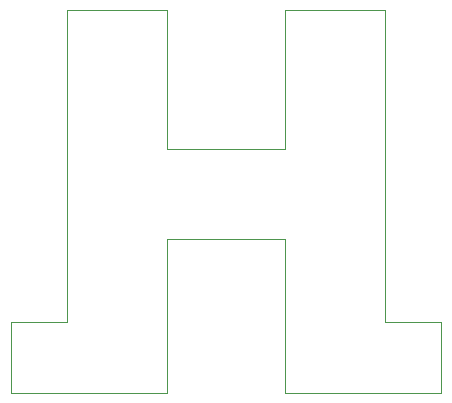
<source format=gm1>
G04 #@! TF.FileFunction,Profile,NP*
%FSLAX46Y46*%
G04 Gerber Fmt 4.6, Leading zero omitted, Abs format (unit mm)*
G04 Created by KiCad (PCBNEW 4.0.0-rc2-stable) date 3/3/2016 4:04:38 PM*
%MOMM*%
G01*
G04 APERTURE LIST*
%ADD10C,0.150000*%
%ADD11C,0.100000*%
G04 APERTURE END LIST*
D10*
D11*
X78300000Y-51160000D02*
X69820000Y-51160000D01*
X69820000Y-51160000D02*
X69820000Y-51150000D01*
X69820000Y-51150000D02*
X69820000Y-38140000D01*
X69820000Y-38140000D02*
X59810000Y-38140000D01*
X59810000Y-38140000D02*
X59810000Y-51150000D01*
X59810000Y-51150000D02*
X59810000Y-51160000D01*
X59810000Y-51160000D02*
X51330000Y-51160000D01*
X51330000Y-51160000D02*
X51330000Y-51150000D01*
X51330000Y-51150000D02*
X46630000Y-51150000D01*
X46630000Y-51150000D02*
X46630000Y-45150000D01*
X46630000Y-45150000D02*
X51330000Y-45150000D01*
X51330000Y-45150000D02*
X51330000Y-18720000D01*
X51330000Y-18720000D02*
X51330000Y-18720000D01*
X51330000Y-18720000D02*
X59810000Y-18720000D01*
X59810000Y-18720000D02*
X59810000Y-18720000D01*
X59810000Y-18720000D02*
X59810000Y-30490000D01*
X59810000Y-30490000D02*
X69820000Y-30490000D01*
X69820000Y-30490000D02*
X69820000Y-18720000D01*
X69820000Y-18720000D02*
X69820000Y-18720000D01*
X69820000Y-18720000D02*
X78300000Y-18720000D01*
X78300000Y-18720000D02*
X78300000Y-18720000D01*
X78300000Y-18720000D02*
X78300000Y-45150000D01*
X78300000Y-45150000D02*
X83000000Y-45150000D01*
X83000000Y-45150000D02*
X83000000Y-51150000D01*
X83000000Y-51150000D02*
X78300000Y-51150000D01*
X78300000Y-51150000D02*
X78300000Y-51160000D01*
X78300000Y-51160000D02*
X78300000Y-51160000D01*
X78300000Y-51160000D02*
X78300000Y-51160000D01*
M02*

</source>
